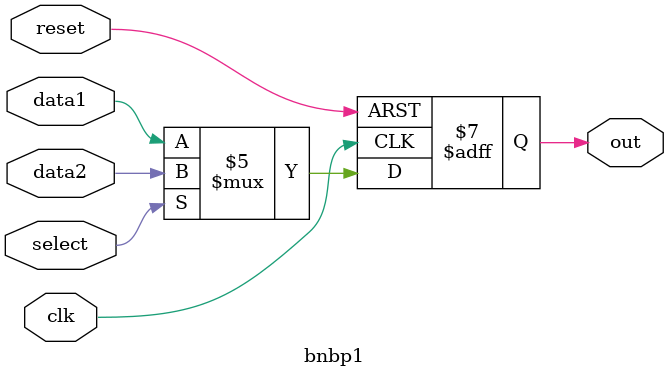
<source format=v>
module bnbp1(input wire clk, input wire reset,input wire data1,input wire data2,input wire select,
	     output reg out);
  always @(posedge clk or posedge reset)begin
    if(reset == 1'b1)begin
      out <= 1'b0;
    end
    else if(select ==1'b0)begin
      out <= data1;
    end
    else begin
      out <= data2;
    end
  end//end always
endmodule

</source>
